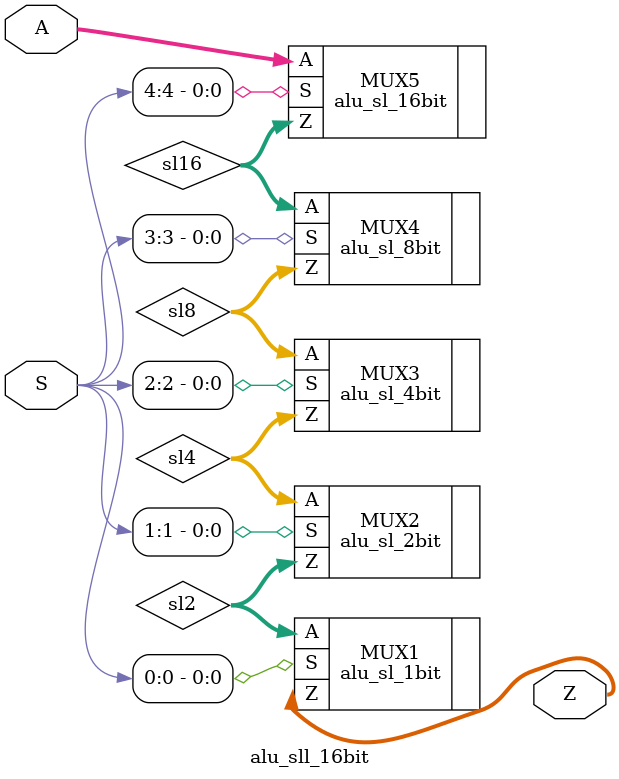
<source format=v>
`timescale 1ns / 1ps
`default_nettype none

module alu_sll_16bit(A, S, Z);
    parameter N = 32;

	//port definitions

	input wire [(N-1):0] A;
	input wire [4:0] S;
    output wire [(N-1):0] Z;
    wire [(N-1):0] sl2, sl4, sl8, sl16;

	alu_sl_16bit #(.N(N)) MUX5 (.A(A), .S(S[4]), .Z(sl16));
	alu_sl_8bit #(.N(N)) MUX4 (.A(sl16), .S(S[3]), .Z(sl8));
	alu_sl_4bit #(.N(N)) MUX3 (.A(sl8), .S(S[2]), .Z(sl4));

	alu_sl_2bit #(.N(N)) MUX2 (.A(sl4), .S(S[1]), .Z(sl2));
	alu_sl_1bit #(.N(N)) MUX1 (.A(sl2), .S(S[0]), .Z(Z));
endmodule

</source>
